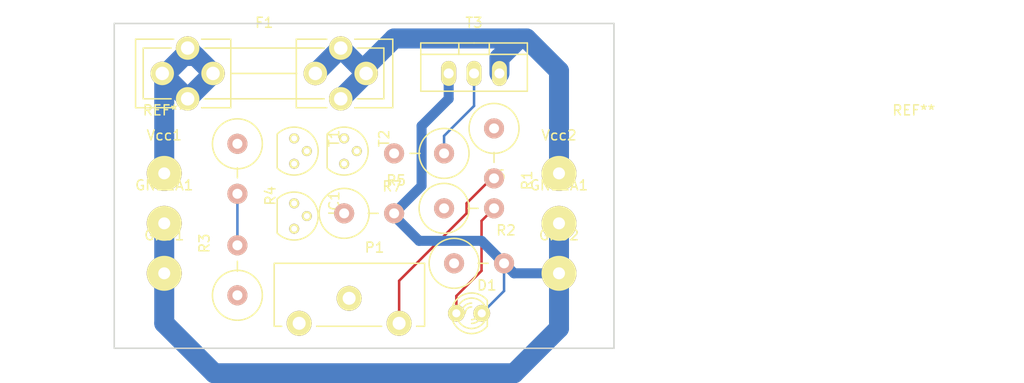
<source format=kicad_pcb>
(kicad_pcb (version 4) (host pcbnew "(2015-04-16 BZR 5604)-product")

  (general
    (links 34)
    (no_connects 16)
    (area 123.415475 112.375 226.179525 149.82564)
    (thickness 1.6)
    (drawings 4)
    (tracks 50)
    (zones 0)
    (modules 22)
    (nets 12)
  )

  (page A4)
  (layers
    (0 F.Cu signal)
    (31 B.Cu signal)
    (32 B.Adhes user)
    (33 F.Adhes user)
    (34 B.Paste user)
    (35 F.Paste user)
    (36 B.SilkS user)
    (37 F.SilkS user)
    (38 B.Mask user)
    (39 F.Mask user)
    (40 Dwgs.User user)
    (41 Cmts.User user)
    (42 Eco1.User user)
    (43 Eco2.User user)
    (44 Edge.Cuts user)
    (45 Margin user)
    (46 B.CrtYd user)
    (47 F.CrtYd user)
    (48 B.Fab user)
    (49 F.Fab user)
  )

  (setup
    (last_trace_width 0.25)
    (user_trace_width 1)
    (user_trace_width 2)
    (trace_clearance 0.2)
    (zone_clearance 0.508)
    (zone_45_only no)
    (trace_min 0.2)
    (segment_width 0.2)
    (edge_width 0.15)
    (via_size 0.6)
    (via_drill 0.4)
    (via_min_size 0.4)
    (via_min_drill 0.3)
    (uvia_size 0.3)
    (uvia_drill 0.1)
    (uvias_allowed no)
    (uvia_min_size 0.2)
    (uvia_min_drill 0.1)
    (pcb_text_width 0.3)
    (pcb_text_size 1.5 1.5)
    (mod_edge_width 0.15)
    (mod_text_size 0.000001 0.000001)
    (mod_text_width 0.15)
    (pad_size 1.4 1.4)
    (pad_drill 0.6)
    (pad_to_mask_clearance 0.2)
    (aux_axis_origin 0 0)
    (visible_elements FFFFFF7F)
    (pcbplotparams
      (layerselection 0x00030_80000001)
      (usegerberextensions false)
      (excludeedgelayer true)
      (linewidth 0.100000)
      (plotframeref false)
      (viasonmask false)
      (mode 1)
      (useauxorigin false)
      (hpglpennumber 1)
      (hpglpenspeed 20)
      (hpglpendiameter 15)
      (hpglpenoverlay 2)
      (psnegative false)
      (psa4output false)
      (plotreference true)
      (plotvalue true)
      (plotinvisibletext false)
      (padsonsilk false)
      (subtractmaskfromsilk false)
      (outputformat 1)
      (mirror false)
      (drillshape 1)
      (scaleselection 1)
      (outputdirectory ""))
  )

  (net 0 "")
  (net 1 "Net-(D1-Pad1)")
  (net 2 "Net-(D1-Pad2)")
  (net 3 "Net-(F1-Pad2)")
  (net 4 "Net-(F1-Pad1)")
  (net 5 "Net-(IC1-Pad2)")
  (net 6 "Net-(IC1-Pad1)")
  (net 7 "Net-(P1-Pad3)")
  (net 8 "Net-(R4-Pad1)")
  (net 9 "Net-(R5-Pad1)")
  (net 10 "Net-(R7-Pad1)")
  (net 11 "Net-(T1-Pad1)")

  (net_class Default "This is the default net class."
    (clearance 0.2)
    (trace_width 0.25)
    (via_dia 0.6)
    (via_drill 0.4)
    (uvia_dia 0.3)
    (uvia_drill 0.1)
    (add_net "Net-(D1-Pad1)")
    (add_net "Net-(D1-Pad2)")
    (add_net "Net-(F1-Pad1)")
    (add_net "Net-(F1-Pad2)")
    (add_net "Net-(IC1-Pad1)")
    (add_net "Net-(IC1-Pad2)")
    (add_net "Net-(P1-Pad3)")
    (add_net "Net-(R4-Pad1)")
    (add_net "Net-(R5-Pad1)")
    (add_net "Net-(R7-Pad1)")
    (add_net "Net-(T1-Pad1)")
  )

  (net_class Power ""
    (clearance 0.5)
    (trace_width 2)
    (via_dia 0.8)
    (via_drill 0.6)
    (uvia_dia 0.3)
    (uvia_drill 0.1)
  )

  (module LEDs:LED-3MM (layer F.Cu) (tedit 0) (tstamp 55339A3F)
    (at 170.5 144)
    (descr "LED 3mm - Lead pitch 100mil (2,54mm)")
    (tags "LED led 3mm 3MM 100mil 2,54mm")
    (path /5533973C)
    (fp_text reference D1 (at 1.778 -2.794) (layer F.SilkS)
      (effects (font (size 1 1) (thickness 0.15)))
    )
    (fp_text value LED (at 0 2.54) (layer F.Fab)
      (effects (font (size 1 1) (thickness 0.15)))
    )
    (fp_line (start 1.8288 1.27) (end 1.8288 -1.27) (layer F.SilkS) (width 0.15))
    (fp_arc (start 0.254 0) (end -1.27 0) (angle 39.8) (layer F.SilkS) (width 0.15))
    (fp_arc (start 0.254 0) (end -0.88392 1.01092) (angle 41.6) (layer F.SilkS) (width 0.15))
    (fp_arc (start 0.254 0) (end 1.4097 -0.9906) (angle 40.6) (layer F.SilkS) (width 0.15))
    (fp_arc (start 0.254 0) (end 1.778 0) (angle 39.8) (layer F.SilkS) (width 0.15))
    (fp_arc (start 0.254 0) (end 0.254 -1.524) (angle 54.4) (layer F.SilkS) (width 0.15))
    (fp_arc (start 0.254 0) (end -0.9652 -0.9144) (angle 53.1) (layer F.SilkS) (width 0.15))
    (fp_arc (start 0.254 0) (end 1.45542 0.93472) (angle 52.1) (layer F.SilkS) (width 0.15))
    (fp_arc (start 0.254 0) (end 0.254 1.524) (angle 52.1) (layer F.SilkS) (width 0.15))
    (fp_arc (start 0.254 0) (end -0.381 0) (angle 90) (layer F.SilkS) (width 0.15))
    (fp_arc (start 0.254 0) (end -0.762 0) (angle 90) (layer F.SilkS) (width 0.15))
    (fp_arc (start 0.254 0) (end 0.889 0) (angle 90) (layer F.SilkS) (width 0.15))
    (fp_arc (start 0.254 0) (end 1.27 0) (angle 90) (layer F.SilkS) (width 0.15))
    (fp_arc (start 0.254 0) (end 0.254 -2.032) (angle 50.1) (layer F.SilkS) (width 0.15))
    (fp_arc (start 0.254 0) (end -1.5367 -0.95504) (angle 61.9) (layer F.SilkS) (width 0.15))
    (fp_arc (start 0.254 0) (end 1.8034 1.31064) (angle 49.7) (layer F.SilkS) (width 0.15))
    (fp_arc (start 0.254 0) (end 0.254 2.032) (angle 60.2) (layer F.SilkS) (width 0.15))
    (fp_arc (start 0.254 0) (end -1.778 0) (angle 28.3) (layer F.SilkS) (width 0.15))
    (fp_arc (start 0.254 0) (end -1.47574 1.06426) (angle 31.6) (layer F.SilkS) (width 0.15))
    (pad 1 thru_hole circle (at -1.27 0) (size 1.6764 1.6764) (drill 0.8128) (layers *.Cu *.Mask F.SilkS)
      (net 1 "Net-(D1-Pad1)"))
    (pad 2 thru_hole circle (at 1.27 0) (size 1.6764 1.6764) (drill 0.8128) (layers *.Cu *.Mask F.SilkS)
      (net 2 "Net-(D1-Pad2)"))
    (model LEDs.3dshapes/LED-3MM.wrl
      (at (xyz 0 0 0))
      (scale (xyz 1 1 1))
      (rotate (xyz 0 0 0))
    )
  )

  (module Fuse_Holders_and_Fuses:Fuseholder5x20_horiz_open_universal_Type-III (layer F.Cu) (tedit 0) (tstamp 55339A4B)
    (at 150 120)
    (descr "Fuseholder, 5x20, open, horizontal, Type-III, universal, inline, lateral,")
    (tags "Fuseholder, 5x20, open, horizontal, Type-III, universal, inline, lateral, Sicherungshalter, offen,")
    (path /552FFE46)
    (fp_text reference F1 (at 0 -5.08) (layer F.SilkS)
      (effects (font (size 1 1) (thickness 0.15)))
    )
    (fp_text value FUSE (at 2.54 6.35) (layer F.Fab)
      (effects (font (size 1 1) (thickness 0.15)))
    )
    (fp_line (start -3.2512 0) (end 3.2512 0) (layer F.SilkS) (width 0.15))
    (fp_line (start -3.3401 3.429) (end -6.2611 3.429) (layer F.SilkS) (width 0.15))
    (fp_line (start -12.8651 3.429) (end -9.0551 3.429) (layer F.SilkS) (width 0.15))
    (fp_line (start -12.1031 2.54) (end -9.3091 2.54) (layer F.SilkS) (width 0.15))
    (fp_line (start -3.3401 2.54) (end -6.0071 2.54) (layer F.SilkS) (width 0.15))
    (fp_line (start -12.8651 -3.429) (end -9.0551 -3.429) (layer F.SilkS) (width 0.15))
    (fp_line (start -12.1031 -2.54) (end -9.3091 -2.54) (layer F.SilkS) (width 0.15))
    (fp_line (start -3.3401 -3.429) (end -6.2611 -3.429) (layer F.SilkS) (width 0.15))
    (fp_line (start -3.3401 -2.54) (end -6.0071 -2.54) (layer F.SilkS) (width 0.15))
    (fp_line (start 3.21564 -3.429) (end 6.26364 -3.429) (layer F.SilkS) (width 0.15))
    (fp_line (start 3.21564 -2.54) (end 6.00964 -2.54) (layer F.SilkS) (width 0.15))
    (fp_line (start 3.21564 2.54) (end 6.00964 2.54) (layer F.SilkS) (width 0.15))
    (fp_line (start 3.21564 3.429) (end 6.26364 3.429) (layer F.SilkS) (width 0.15))
    (fp_line (start 12.86764 3.429) (end 9.05764 3.429) (layer F.SilkS) (width 0.15))
    (fp_line (start 11.97864 2.54) (end 9.31164 2.54) (layer F.SilkS) (width 0.15))
    (fp_line (start 12.86764 -3.429) (end 9.05764 -3.429) (layer F.SilkS) (width 0.15))
    (fp_line (start 11.97864 -2.54) (end 9.31164 -2.54) (layer F.SilkS) (width 0.15))
    (fp_line (start 12.86764 -3.429) (end 12.86764 3.429) (layer F.SilkS) (width 0.15))
    (fp_line (start 3.21564 3.429) (end 3.21564 2.54) (layer F.SilkS) (width 0.15))
    (fp_line (start 3.21564 -3.429) (end 3.21564 -2.54) (layer F.SilkS) (width 0.15))
    (fp_line (start -12.86764 -3.429) (end -12.86764 3.429) (layer F.SilkS) (width 0.15))
    (fp_line (start -3.34264 3.429) (end -3.34264 2.54) (layer F.SilkS) (width 0.15))
    (fp_line (start -3.34264 -3.429) (end -3.34264 -2.413) (layer F.SilkS) (width 0.15))
    (fp_line (start 5.715 2.54) (end -5.969 2.54) (layer F.SilkS) (width 0.15))
    (fp_line (start -5.842 -2.54) (end 5.715 -2.54) (layer F.SilkS) (width 0.15))
    (fp_line (start -3.34264 0) (end -3.34264 -2.54) (layer F.SilkS) (width 0.15))
    (fp_line (start -12.10564 -2.54) (end -12.10564 2.54) (layer F.SilkS) (width 0.15))
    (fp_line (start -3.34264 2.54) (end -3.34264 0) (layer F.SilkS) (width 0.15))
    (fp_line (start 3.21564 0) (end 3.21564 -2.54) (layer F.SilkS) (width 0.15))
    (fp_line (start 11.9761 -2.54) (end 11.9761 2.54) (layer F.SilkS) (width 0.15))
    (fp_line (start 3.21564 2.54) (end 3.21564 0) (layer F.SilkS) (width 0.15))
    (pad 2 thru_hole circle (at 5.12064 0) (size 2.3495 2.3495) (drill 1.34874) (layers *.Cu *.Mask F.SilkS)
      (net 3 "Net-(F1-Pad2)"))
    (pad 2 thru_hole circle (at 10.20064 0) (size 2.3495 2.3495) (drill 1.34874) (layers *.Cu *.Mask F.SilkS)
      (net 3 "Net-(F1-Pad2)"))
    (pad 1 thru_hole circle (at -5.1181 0) (size 2.3495 2.3495) (drill 1.34874) (layers *.Cu *.Mask F.SilkS)
      (net 4 "Net-(F1-Pad1)"))
    (pad 1 thru_hole circle (at -10.1981 0) (size 2.3495 2.3495) (drill 1.34874) (layers *.Cu *.Mask F.SilkS)
      (net 4 "Net-(F1-Pad1)"))
    (pad 2 thru_hole circle (at 7.66064 -2.54) (size 2.3495 2.3495) (drill 1.34874) (layers *.Cu *.Mask F.SilkS)
      (net 3 "Net-(F1-Pad2)"))
    (pad 2 thru_hole circle (at 7.66064 2.54) (size 2.3495 2.3495) (drill 1.34874) (layers *.Cu *.Mask F.SilkS)
      (net 3 "Net-(F1-Pad2)"))
    (pad 1 thru_hole circle (at -7.6581 -2.54) (size 2.3495 2.3495) (drill 1.34874) (layers *.Cu *.Mask F.SilkS)
      (net 4 "Net-(F1-Pad1)"))
    (pad 1 thru_hole circle (at -7.6581 2.54) (size 2.3495 2.3495) (drill 1.34874) (layers *.Cu *.Mask F.SilkS)
      (net 4 "Net-(F1-Pad1)"))
  )

  (module Wire_Pads:SolderWirePad_single_1-2mmDrill (layer F.Cu) (tedit 0) (tstamp 55339A50)
    (at 140 140)
    (path /55318F84)
    (fp_text reference GND1 (at 0 -3.81) (layer F.SilkS)
      (effects (font (size 1 1) (thickness 0.15)))
    )
    (fp_text value CONN_1 (at -1.905 3.175) (layer F.Fab)
      (effects (font (size 1 1) (thickness 0.15)))
    )
    (pad 1 thru_hole circle (at 0 0) (size 3.50012 3.50012) (drill 1.19888) (layers *.Cu *.Mask F.SilkS)
      (net 2 "Net-(D1-Pad2)"))
  )

  (module Wire_Pads:SolderWirePad_single_1-2mmDrill (layer F.Cu) (tedit 0) (tstamp 55339A55)
    (at 179.5 140)
    (path /553190F4)
    (fp_text reference GND2 (at 0 -3.81) (layer F.SilkS)
      (effects (font (size 1 1) (thickness 0.15)))
    )
    (fp_text value CONN_1 (at -1.905 3.175) (layer F.Fab)
      (effects (font (size 1 1) (thickness 0.15)))
    )
    (pad 1 thru_hole circle (at 0 0) (size 3.50012 3.50012) (drill 1.19888) (layers *.Cu *.Mask F.SilkS)
      (net 2 "Net-(D1-Pad2)"))
  )

  (module Resistors_ThroughHole:Resistor_Vertical_RM5mm (layer F.Cu) (tedit 0) (tstamp 55339A69)
    (at 173 128 270)
    (descr "Resistor, Vertical, RM 5mm, 1/3W,")
    (tags "Resistor, Vertical, RM 5mm, 1/3W,")
    (path /552FFEBA)
    (fp_text reference R1 (at 2.70002 -3.29946 270) (layer F.SilkS)
      (effects (font (size 1 1) (thickness 0.15)))
    )
    (fp_text value 8K2 (at 0 4.50088 270) (layer F.Fab)
      (effects (font (size 1 1) (thickness 0.15)))
    )
    (fp_line (start -0.09906 0) (end 0.9017 0) (layer F.SilkS) (width 0.15))
    (fp_circle (center -2.49936 0) (end 0 0) (layer F.SilkS) (width 0.15))
    (pad 1 thru_hole circle (at -2.49936 0 270) (size 1.99898 1.99898) (drill 1.00076) (layers *.Cu *.SilkS *.Mask)
      (net 5 "Net-(IC1-Pad2)"))
    (pad 2 thru_hole circle (at 2.5019 0 270) (size 1.99898 1.99898) (drill 1.00076) (layers *.Cu *.SilkS *.Mask)
      (net 7 "Net-(P1-Pad3)"))
  )

  (module Resistors_ThroughHole:Resistor_Vertical_RM5mm (layer F.Cu) (tedit 0) (tstamp 55339A6F)
    (at 171.5 139)
    (descr "Resistor, Vertical, RM 5mm, 1/3W,")
    (tags "Resistor, Vertical, RM 5mm, 1/3W,")
    (path /552FFECE)
    (fp_text reference R2 (at 2.70002 -3.29946) (layer F.SilkS)
      (effects (font (size 1 1) (thickness 0.15)))
    )
    (fp_text value 8K2 (at 0 4.50088) (layer F.Fab)
      (effects (font (size 1 1) (thickness 0.15)))
    )
    (fp_line (start -0.09906 0) (end 0.9017 0) (layer F.SilkS) (width 0.15))
    (fp_circle (center -2.49936 0) (end 0 0) (layer F.SilkS) (width 0.15))
    (pad 1 thru_hole circle (at -2.49936 0) (size 1.99898 1.99898) (drill 1.00076) (layers *.Cu *.SilkS *.Mask)
      (net 5 "Net-(IC1-Pad2)"))
    (pad 2 thru_hole circle (at 2.5019 0) (size 1.99898 1.99898) (drill 1.00076) (layers *.Cu *.SilkS *.Mask)
      (net 2 "Net-(D1-Pad2)"))
  )

  (module Resistors_ThroughHole:Resistor_Vertical_RM5mm (layer F.Cu) (tedit 0) (tstamp 55339A75)
    (at 147.32 139.7 90)
    (descr "Resistor, Vertical, RM 5mm, 1/3W,")
    (tags "Resistor, Vertical, RM 5mm, 1/3W,")
    (path /552FFEE2)
    (fp_text reference R3 (at 2.70002 -3.29946 90) (layer F.SilkS)
      (effects (font (size 1 1) (thickness 0.15)))
    )
    (fp_text value 2K2 (at 0 4.50088 90) (layer F.Fab)
      (effects (font (size 1 1) (thickness 0.15)))
    )
    (fp_line (start -0.09906 0) (end 0.9017 0) (layer F.SilkS) (width 0.15))
    (fp_circle (center -2.49936 0) (end 0 0) (layer F.SilkS) (width 0.15))
    (pad 1 thru_hole circle (at -2.49936 0 90) (size 1.99898 1.99898) (drill 1.00076) (layers *.Cu *.SilkS *.Mask)
      (net 3 "Net-(F1-Pad2)"))
    (pad 2 thru_hole circle (at 2.5019 0 90) (size 1.99898 1.99898) (drill 1.00076) (layers *.Cu *.SilkS *.Mask)
      (net 6 "Net-(IC1-Pad1)"))
  )

  (module Resistors_ThroughHole:Resistor_Vertical_RM5mm (layer F.Cu) (tedit 0) (tstamp 55339A7B)
    (at 147.32 129.54 270)
    (descr "Resistor, Vertical, RM 5mm, 1/3W,")
    (tags "Resistor, Vertical, RM 5mm, 1/3W,")
    (path /552FFEF6)
    (fp_text reference R4 (at 2.70002 -3.29946 270) (layer F.SilkS)
      (effects (font (size 1 1) (thickness 0.15)))
    )
    (fp_text value 1K (at 0 4.50088 270) (layer F.Fab)
      (effects (font (size 1 1) (thickness 0.15)))
    )
    (fp_line (start -0.09906 0) (end 0.9017 0) (layer F.SilkS) (width 0.15))
    (fp_circle (center -2.49936 0) (end 0 0) (layer F.SilkS) (width 0.15))
    (pad 1 thru_hole circle (at -2.49936 0 270) (size 1.99898 1.99898) (drill 1.00076) (layers *.Cu *.SilkS *.Mask)
      (net 8 "Net-(R4-Pad1)"))
    (pad 2 thru_hole circle (at 2.5019 0 270) (size 1.99898 1.99898) (drill 1.00076) (layers *.Cu *.SilkS *.Mask)
      (net 6 "Net-(IC1-Pad1)"))
  )

  (module Resistors_ThroughHole:Resistor_Vertical_RM5mm (layer F.Cu) (tedit 0) (tstamp 55339A81)
    (at 160.5 134)
    (descr "Resistor, Vertical, RM 5mm, 1/3W,")
    (tags "Resistor, Vertical, RM 5mm, 1/3W,")
    (path /552FFF0A)
    (fp_text reference R5 (at 2.70002 -3.29946) (layer F.SilkS)
      (effects (font (size 1 1) (thickness 0.15)))
    )
    (fp_text value 1K (at 0 4.50088) (layer F.Fab)
      (effects (font (size 1 1) (thickness 0.15)))
    )
    (fp_line (start -0.09906 0) (end 0.9017 0) (layer F.SilkS) (width 0.15))
    (fp_circle (center -2.49936 0) (end 0 0) (layer F.SilkS) (width 0.15))
    (pad 1 thru_hole circle (at -2.49936 0) (size 1.99898 1.99898) (drill 1.00076) (layers *.Cu *.SilkS *.Mask)
      (net 9 "Net-(R5-Pad1)"))
    (pad 2 thru_hole circle (at 2.5019 0) (size 1.99898 1.99898) (drill 1.00076) (layers *.Cu *.SilkS *.Mask)
      (net 2 "Net-(D1-Pad2)"))
  )

  (module Resistors_ThroughHole:Resistor_Vertical_RM5mm (layer F.Cu) (tedit 0) (tstamp 55339A87)
    (at 170.5 133.5)
    (descr "Resistor, Vertical, RM 5mm, 1/3W,")
    (tags "Resistor, Vertical, RM 5mm, 1/3W,")
    (path /55339B52)
    (fp_text reference R6 (at 2.70002 -3.29946) (layer F.SilkS)
      (effects (font (size 1 1) (thickness 0.15)))
    )
    (fp_text value 470 (at 0 4.50088) (layer F.Fab)
      (effects (font (size 1 1) (thickness 0.15)))
    )
    (fp_line (start -0.09906 0) (end 0.9017 0) (layer F.SilkS) (width 0.15))
    (fp_circle (center -2.49936 0) (end 0 0) (layer F.SilkS) (width 0.15))
    (pad 1 thru_hole circle (at -2.49936 0) (size 1.99898 1.99898) (drill 1.00076) (layers *.Cu *.SilkS *.Mask)
      (net 9 "Net-(R5-Pad1)"))
    (pad 2 thru_hole circle (at 2.5019 0) (size 1.99898 1.99898) (drill 1.00076) (layers *.Cu *.SilkS *.Mask)
      (net 1 "Net-(D1-Pad1)"))
  )

  (module Resistors_ThroughHole:Resistor_Vertical_RM5mm (layer F.Cu) (tedit 0) (tstamp 55339A8D)
    (at 165.5 128 180)
    (descr "Resistor, Vertical, RM 5mm, 1/3W,")
    (tags "Resistor, Vertical, RM 5mm, 1/3W,")
    (path /5533A0C1)
    (fp_text reference R7 (at 2.70002 -3.29946 180) (layer F.SilkS)
      (effects (font (size 1 1) (thickness 0.15)))
    )
    (fp_text value 1K (at 0 4.50088 180) (layer F.Fab)
      (effects (font (size 1 1) (thickness 0.15)))
    )
    (fp_line (start -0.09906 0) (end 0.9017 0) (layer F.SilkS) (width 0.15))
    (fp_circle (center -2.49936 0) (end 0 0) (layer F.SilkS) (width 0.15))
    (pad 1 thru_hole circle (at -2.49936 0 180) (size 1.99898 1.99898) (drill 1.00076) (layers *.Cu *.SilkS *.Mask)
      (net 10 "Net-(R7-Pad1)"))
    (pad 2 thru_hole circle (at 2.5019 0 180) (size 1.99898 1.99898) (drill 1.00076) (layers *.Cu *.SilkS *.Mask)
      (net 9 "Net-(R5-Pad1)"))
  )

  (module Transistors_TO-220:TO-220_Neutral123_Vertical (layer F.Cu) (tedit 0) (tstamp 55339AA2)
    (at 171 120)
    (descr "TO-220, Neutral, Vertical,")
    (tags "TO-220, Neutral, Vertical,")
    (path /552FFF46)
    (fp_text reference T3 (at 0 -5.08) (layer F.SilkS)
      (effects (font (size 1 1) (thickness 0.15)))
    )
    (fp_text value TYN1225 (at 0 3.81) (layer F.Fab)
      (effects (font (size 1 1) (thickness 0.15)))
    )
    (fp_line (start -1.524 -3.048) (end -1.524 -1.905) (layer F.SilkS) (width 0.15))
    (fp_line (start 1.524 -3.048) (end 1.524 -1.905) (layer F.SilkS) (width 0.15))
    (fp_line (start 5.334 -1.905) (end 5.334 1.778) (layer F.SilkS) (width 0.15))
    (fp_line (start 5.334 1.778) (end -5.334 1.778) (layer F.SilkS) (width 0.15))
    (fp_line (start -5.334 1.778) (end -5.334 -1.905) (layer F.SilkS) (width 0.15))
    (fp_line (start 5.334 -3.048) (end 5.334 -1.905) (layer F.SilkS) (width 0.15))
    (fp_line (start 5.334 -1.905) (end -5.334 -1.905) (layer F.SilkS) (width 0.15))
    (fp_line (start -5.334 -1.905) (end -5.334 -3.048) (layer F.SilkS) (width 0.15))
    (fp_line (start 0 -3.048) (end -5.334 -3.048) (layer F.SilkS) (width 0.15))
    (fp_line (start 0 -3.048) (end 5.334 -3.048) (layer F.SilkS) (width 0.15))
    (pad 2 thru_hole oval (at 0 0 90) (size 2.49936 1.50114) (drill 1.00076) (layers *.Cu *.Mask F.SilkS)
      (net 10 "Net-(R7-Pad1)"))
    (pad 1 thru_hole oval (at -2.54 0 90) (size 2.49936 1.50114) (drill 1.00076) (layers *.Cu *.Mask F.SilkS)
      (net 2 "Net-(D1-Pad2)"))
    (pad 3 thru_hole oval (at 2.54 0 90) (size 2.49936 1.50114) (drill 1.00076) (layers *.Cu *.Mask F.SilkS)
      (net 3 "Net-(F1-Pad2)"))
    (model Transistors_TO-220.3dshapes/TO-220_Neutral123_Vertical.wrl
      (at (xyz 0 0 0))
      (scale (xyz 0.3937 0.3937 0.3937))
      (rotate (xyz 0 0 0))
    )
  )

  (module Wire_Pads:SolderWirePad_single_1-2mmDrill (layer F.Cu) (tedit 5533A508) (tstamp 55339AA7)
    (at 140 130)
    (path /55318F55)
    (fp_text reference Vcc1 (at 0 -3.81) (layer F.SilkS)
      (effects (font (size 1 1) (thickness 0.15)))
    )
    (fp_text value CONN_1 (at -1.905 3.175) (layer F.Fab) hide
      (effects (font (size 1 1) (thickness 0.15)))
    )
    (pad 1 thru_hole circle (at 0 0) (size 3.50012 3.50012) (drill 1.19888) (layers *.Cu *.Mask F.SilkS)
      (net 4 "Net-(F1-Pad1)"))
  )

  (module Wire_Pads:SolderWirePad_single_1-2mmDrill (layer F.Cu) (tedit 0) (tstamp 55339AAC)
    (at 179.5 130)
    (path /553190C9)
    (fp_text reference Vcc2 (at 0 -3.81) (layer F.SilkS)
      (effects (font (size 1 1) (thickness 0.15)))
    )
    (fp_text value CONN_1 (at -1.905 3.175) (layer F.Fab)
      (effects (font (size 1 1) (thickness 0.15)))
    )
    (pad 1 thru_hole circle (at 0 0) (size 3.50012 3.50012) (drill 1.19888) (layers *.Cu *.Mask F.SilkS)
      (net 3 "Net-(F1-Pad2)"))
  )

  (module Housings_TO-92:TO-92_Molded_Narrow (layer F.Cu) (tedit 54F242E1) (tstamp 55339C30)
    (at 153 133 270)
    (descr "TO-92 leads molded, narrow, drill 0.6mm (see NXP sot054_po.pdf)")
    (tags "to-92 sc-43 sc-43a sot54 PA33 transistor")
    (path /552FFF5A)
    (fp_text reference IC1 (at 0 -4 270) (layer F.SilkS)
      (effects (font (size 1 1) (thickness 0.15)))
    )
    (fp_text value TL431LP (at 0 3 270) (layer F.Fab)
      (effects (font (size 1 1) (thickness 0.15)))
    )
    (fp_line (start -1.4 1.95) (end -1.4 -2.65) (layer F.CrtYd) (width 0.05))
    (fp_line (start -1.4 1.95) (end 3.9 1.95) (layer F.CrtYd) (width 0.05))
    (fp_line (start -0.43 1.7) (end 2.97 1.7) (layer F.SilkS) (width 0.15))
    (fp_arc (start 1.27 0) (end 1.27 -2.4) (angle -135) (layer F.SilkS) (width 0.15))
    (fp_arc (start 1.27 0) (end 1.27 -2.4) (angle 135) (layer F.SilkS) (width 0.15))
    (fp_line (start -1.4 -2.65) (end 3.9 -2.65) (layer F.CrtYd) (width 0.05))
    (fp_line (start 3.9 1.95) (end 3.9 -2.65) (layer F.CrtYd) (width 0.05))
    (pad 2 thru_hole circle (at 1.27 -1.27) (size 1.00076 1.00076) (drill 0.6) (layers *.Cu *.Mask F.SilkS)
      (net 5 "Net-(IC1-Pad2)"))
    (pad 3 thru_hole circle (at 2.54 0) (size 1.00076 1.00076) (drill 0.6) (layers *.Cu *.Mask F.SilkS)
      (net 2 "Net-(D1-Pad2)"))
    (pad 1 thru_hole circle (at 0 0) (size 1.00076 1.00076) (drill 0.6) (layers *.Cu *.Mask F.SilkS)
      (net 6 "Net-(IC1-Pad1)"))
    (model Housings_TO-92.3dshapes/TO-92_Molded_Narrow.wrl
      (at (xyz 0.05 0 0))
      (scale (xyz 1 1 1))
      (rotate (xyz 0 0 -90))
    )
  )

  (module Potentiometers:Potentiometer_Trimmer-Piher-PT15-h2-5_vertical (layer F.Cu) (tedit 5446FD75) (tstamp 55339C36)
    (at 153.5 145)
    (descr "Potentiometer, Trimmer, Piher, PT15, Type h 2.5, vertical, Rev A, 02 Aug 2010,")
    (tags "Potentiometer, Trimmer, Piher, PT15, Type h 2.5, vertical, Rev A, 02 Aug 2010,")
    (path /5530014F)
    (fp_text reference P1 (at 7.54126 -7.57936) (layer F.SilkS)
      (effects (font (size 1 1) (thickness 0.15)))
    )
    (fp_text value POT (at 5.00126 3.85064) (layer F.Fab)
      (effects (font (size 1 1) (thickness 0.15)))
    )
    (fp_line (start 1.75006 0.29972) (end 8.25246 0.29972) (layer F.SilkS) (width 0.15))
    (fp_line (start 11.75004 0.29972) (end 12.50188 0.29972) (layer F.SilkS) (width 0.15))
    (fp_line (start -2.49936 0.29972) (end -1.74752 0.29972) (layer F.SilkS) (width 0.15))
    (fp_line (start 12.55268 0.29972) (end 12.55268 -5.99948) (layer F.SilkS) (width 0.15))
    (fp_line (start 12.55014 -5.99948) (end -2.4511 -5.99948) (layer F.SilkS) (width 0.15))
    (fp_line (start -2.49936 -5.99948) (end -2.49936 0.29972) (layer F.SilkS) (width 0.15))
    (pad 2 thru_hole circle (at 5.00126 -2.49936) (size 2.49936 2.49936) (drill 1.30048) (layers *.Cu *.Mask F.SilkS)
      (net 3 "Net-(F1-Pad2)"))
    (pad 3 thru_hole circle (at 10.00252 0) (size 2.49936 2.49936) (drill 1.30048) (layers *.Cu *.Mask F.SilkS)
      (net 7 "Net-(P1-Pad3)"))
    (pad 1 thru_hole circle (at 0 0) (size 2.49936 2.49936) (drill 1.30048) (layers *.Cu *.Mask F.SilkS)
      (net 3 "Net-(F1-Pad2)"))
  )

  (module Housings_TO-92:TO-92_Molded_Narrow (layer F.Cu) (tedit 54F242E1) (tstamp 55339C42)
    (at 153 126.5 270)
    (descr "TO-92 leads molded, narrow, drill 0.6mm (see NXP sot054_po.pdf)")
    (tags "to-92 sc-43 sc-43a sot54 PA33 transistor")
    (path /552FFF1E)
    (fp_text reference T1 (at 0 -4 270) (layer F.SilkS)
      (effects (font (size 1 1) (thickness 0.15)))
    )
    (fp_text value PNP (at 0 3 270) (layer F.Fab)
      (effects (font (size 1 1) (thickness 0.15)))
    )
    (fp_line (start -1.4 1.95) (end -1.4 -2.65) (layer F.CrtYd) (width 0.05))
    (fp_line (start -1.4 1.95) (end 3.9 1.95) (layer F.CrtYd) (width 0.05))
    (fp_line (start -0.43 1.7) (end 2.97 1.7) (layer F.SilkS) (width 0.15))
    (fp_arc (start 1.27 0) (end 1.27 -2.4) (angle -135) (layer F.SilkS) (width 0.15))
    (fp_arc (start 1.27 0) (end 1.27 -2.4) (angle 135) (layer F.SilkS) (width 0.15))
    (fp_line (start -1.4 -2.65) (end 3.9 -2.65) (layer F.CrtYd) (width 0.05))
    (fp_line (start 3.9 1.95) (end 3.9 -2.65) (layer F.CrtYd) (width 0.05))
    (pad 2 thru_hole circle (at 1.27 -1.27) (size 1.00076 1.00076) (drill 0.6) (layers *.Cu *.Mask F.SilkS)
      (net 8 "Net-(R4-Pad1)"))
    (pad 3 thru_hole circle (at 2.54 0) (size 1.00076 1.00076) (drill 0.6) (layers *.Cu *.Mask F.SilkS)
      (net 2 "Net-(D1-Pad2)"))
    (pad 1 thru_hole circle (at 0 0) (size 1.00076 1.00076) (drill 0.6) (layers *.Cu *.Mask F.SilkS)
      (net 11 "Net-(T1-Pad1)"))
    (model Housings_TO-92.3dshapes/TO-92_Molded_Narrow.wrl
      (at (xyz 0.05 0 0))
      (scale (xyz 1 1 1))
      (rotate (xyz 0 0 -90))
    )
  )

  (module Housings_TO-92:TO-92_Molded_Narrow (layer F.Cu) (tedit 5533A0BE) (tstamp 55339C43)
    (at 158 126.5 270)
    (descr "TO-92 leads molded, narrow, drill 0.6mm (see NXP sot054_po.pdf)")
    (tags "to-92 sc-43 sc-43a sot54 PA33 transistor")
    (path /552FFF32)
    (fp_text reference T2 (at 0 -4 270) (layer F.SilkS)
      (effects (font (size 1 1) (thickness 0.15)))
    )
    (fp_text value PNP (at 0 3 360) (layer F.Fab)
      (effects (font (size 1 1) (thickness 0.15)))
    )
    (fp_line (start -1.4 1.95) (end -1.4 -2.65) (layer F.CrtYd) (width 0.05))
    (fp_line (start -1.4 1.95) (end 3.9 1.95) (layer F.CrtYd) (width 0.05))
    (fp_line (start -0.43 1.7) (end 2.97 1.7) (layer F.SilkS) (width 0.15))
    (fp_arc (start 1.27 0) (end 1.27 -2.4) (angle -135) (layer F.SilkS) (width 0.15))
    (fp_arc (start 1.27 0) (end 1.27 -2.4) (angle 135) (layer F.SilkS) (width 0.15))
    (fp_line (start -1.4 -2.65) (end 3.9 -2.65) (layer F.CrtYd) (width 0.05))
    (fp_line (start 3.9 1.95) (end 3.9 -2.65) (layer F.CrtYd) (width 0.05))
    (pad 2 thru_hole circle (at 1.27 -1.27) (size 1.00076 1.00076) (drill 0.6) (layers *.Cu *.Mask F.SilkS)
      (net 11 "Net-(T1-Pad1)"))
    (pad 3 thru_hole circle (at 2.54 0) (size 1.00076 1.00076) (drill 0.6) (layers *.Cu *.Mask F.SilkS)
      (net 9 "Net-(R5-Pad1)"))
    (pad 1 thru_hole circle (at 0 0) (size 1.00076 1.00076) (drill 0.6) (layers *.Cu *.Mask F.SilkS)
      (net 3 "Net-(F1-Pad2)"))
    (model Housings_TO-92.3dshapes/TO-92_Molded_Narrow.wrl
      (at (xyz 0.05 0 0))
      (scale (xyz 1 1 1))
      (rotate (xyz 0 0 -90))
    )
  )

  (module Wire_Pads:SolderWirePad_single_1-2mmDrill (layer F.Cu) (tedit 5533A1F8) (tstamp 5533A16E)
    (at 215 127.5)
    (fp_text reference REF** (at 0 -3.81) (layer F.SilkS)
      (effects (font (size 1 1) (thickness 0.15)))
    )
    (fp_text value SolderWirePad_single_1-2mmDrill (at -1.905 3.175) (layer F.Fab)
      (effects (font (size 1 1) (thickness 0.15)))
    )
  )

  (module Wire_Pads:SolderWirePad_single_1-2mmDrill (layer F.Cu) (tedit 5533A55C) (tstamp 5533A16F)
    (at 140 127.5)
    (fp_text reference REF** (at 0 -3.81) (layer F.SilkS)
      (effects (font (size 1 1) (thickness 0.15)))
    )
    (fp_text value SolderWirePad_single_1-2mmDrill (at -3.5 -14) (layer F.Fab)
      (effects (font (size 1 1) (thickness 0.15)))
    )
  )

  (module Wire_Pads:SolderWirePad_single_1-2mmDrill (layer F.Cu) (tedit 5533A537) (tstamp 5533A332)
    (at 140 135)
    (path /5533ACA0)
    (fp_text reference GND1A1 (at 0 -3.81) (layer F.SilkS)
      (effects (font (size 1 1) (thickness 0.15)))
    )
    (fp_text value CONN_1 (at -1.905 3.175) (layer F.Fab) hide
      (effects (font (size 1 1) (thickness 0.15)))
    )
    (pad 1 thru_hole circle (at 0 0) (size 3.50012 3.50012) (drill 1.19888) (layers *.Cu *.Mask F.SilkS)
      (net 2 "Net-(D1-Pad2)"))
  )

  (module Wire_Pads:SolderWirePad_single_1-2mmDrill (layer F.Cu) (tedit 0) (tstamp 5533A337)
    (at 179.5 135)
    (path /5533ACE4)
    (fp_text reference GND2A1 (at 0 -3.81) (layer F.SilkS)
      (effects (font (size 1 1) (thickness 0.15)))
    )
    (fp_text value CONN_1 (at -1.905 3.175) (layer F.Fab)
      (effects (font (size 1 1) (thickness 0.15)))
    )
    (pad 1 thru_hole circle (at 0 0) (size 3.50012 3.50012) (drill 1.19888) (layers *.Cu *.Mask F.SilkS)
      (net 2 "Net-(D1-Pad2)"))
  )

  (gr_line (start 135 147.5) (end 135 115) (angle 90) (layer Edge.Cuts) (width 0.15))
  (gr_line (start 185 147.5) (end 135 147.5) (angle 90) (layer Edge.Cuts) (width 0.15))
  (gr_line (start 185 115) (end 135 115) (angle 90) (layer Edge.Cuts) (width 0.15))
  (gr_line (start 185 147.5) (end 185 115) (angle 90) (layer Edge.Cuts) (width 0.15))

  (segment (start 169.23 144) (end 169.23 142.27) (width 0.25) (layer F.Cu) (net 1) (status 400000))
  (segment (start 171.75 134.7519) (end 173.0019 133.5) (width 0.25) (layer F.Cu) (net 1) (tstamp 5539351D) (status 800000))
  (segment (start 171.75 139.75) (end 171.75 134.7519) (width 0.25) (layer F.Cu) (net 1) (tstamp 5539351B))
  (segment (start 169.23 142.27) (end 171.75 139.75) (width 0.25) (layer F.Cu) (net 1) (tstamp 55393517))
  (segment (start 174.0019 139) (end 174.0019 141.7681) (width 0.25) (layer B.Cu) (net 2) (status 400000))
  (segment (start 174.0019 141.7681) (end 171.77 144) (width 0.25) (layer B.Cu) (net 2) (tstamp 55393510) (status 800000))
  (segment (start 163.0019 134) (end 163.0019 134.2519) (width 1) (layer B.Cu) (net 2) (status C00000))
  (segment (start 163.0019 134.2519) (end 165.5 136.75) (width 1) (layer B.Cu) (net 2) (tstamp 553934FA) (status 400000))
  (segment (start 175.0019 140) (end 179.5 140) (width 1) (layer B.Cu) (net 2) (tstamp 55393503) (status 800000))
  (segment (start 171.7519 136.75) (end 175.0019 140) (width 1) (layer B.Cu) (net 2) (tstamp 55393501))
  (segment (start 165.5 136.75) (end 171.7519 136.75) (width 1) (layer B.Cu) (net 2) (tstamp 553934FD))
  (segment (start 168.46 120) (end 168.46 122.54) (width 1) (layer B.Cu) (net 2) (status 400000))
  (segment (start 165.75 131.2519) (end 163.0019 134) (width 1) (layer B.Cu) (net 2) (tstamp 553934F2) (status 800000))
  (segment (start 165.75 125.25) (end 165.75 131.2519) (width 1) (layer B.Cu) (net 2) (tstamp 553934EF))
  (segment (start 168.46 122.54) (end 165.75 125.25) (width 1) (layer B.Cu) (net 2) (tstamp 553934EC))
  (segment (start 140 135) (end 140 140) (width 2) (layer B.Cu) (net 2) (status C00000))
  (segment (start 140 140) (end 140 145) (width 2) (layer B.Cu) (net 2) (tstamp 55393459) (status 400000))
  (segment (start 140 145) (end 145 150) (width 2) (layer B.Cu) (net 2) (tstamp 5539345B))
  (segment (start 145 150) (end 175 150) (width 2) (layer B.Cu) (net 2) (tstamp 55393471))
  (segment (start 175 150) (end 179.5 145.5) (width 2) (layer B.Cu) (net 2) (tstamp 55393479))
  (segment (start 179.5 145.5) (end 179.5 135) (width 2) (layer B.Cu) (net 2) (tstamp 5539347D) (status 800000))
  (segment (start 155.12064 120) (end 157.66064 117.46) (width 2) (layer B.Cu) (net 3) (status C00000))
  (segment (start 157.66064 117.46) (end 160.20064 120) (width 2) (layer B.Cu) (net 3) (status C00000))
  (segment (start 157.66064 122.54) (end 160.20064 120) (width 2) (layer B.Cu) (net 3) (status C00000))
  (segment (start 173.54 120) (end 173.54 118.46) (width 2) (layer B.Cu) (net 3) (status 400000))
  (segment (start 173.54 118.46) (end 175.5 116.5) (width 2) (layer B.Cu) (net 3) (tstamp 553934C1))
  (segment (start 160.20064 120) (end 160.20064 119.29936) (width 2) (layer B.Cu) (net 3) (status C00000))
  (segment (start 160.20064 119.29936) (end 163 116.5) (width 2) (layer B.Cu) (net 3) (tstamp 553934AE) (status 400000))
  (segment (start 163 116.5) (end 175.5 116.5) (width 2) (layer B.Cu) (net 3) (tstamp 553934B3))
  (segment (start 175.5 116.5) (end 176.25 116.5) (width 2) (layer B.Cu) (net 3) (tstamp 553934C9))
  (segment (start 176.25 116.5) (end 179.5 119.75) (width 2) (layer B.Cu) (net 3) (tstamp 553934B8))
  (segment (start 179.5 119.75) (end 179.5 130) (width 2) (layer B.Cu) (net 3) (tstamp 553934B9) (status 800000))
  (segment (start 142.3419 122.54) (end 144.8819 120) (width 2) (layer B.Cu) (net 4) (status C00000))
  (segment (start 142.3419 122.54) (end 139.8019 120) (width 2) (layer B.Cu) (net 4) (status C00000))
  (segment (start 140 130) (end 140 120.1981) (width 2) (layer B.Cu) (net 4) (status C00000))
  (segment (start 140 120.1981) (end 142.3419 117.8562) (width 2) (layer B.Cu) (net 4) (tstamp 55393440) (status C00000))
  (segment (start 142.3419 117.8562) (end 142.7381 117.8562) (width 2) (layer B.Cu) (net 4) (tstamp 55393446) (status C00000))
  (segment (start 142.7381 117.8562) (end 142.3419 118.2524) (width 2) (layer B.Cu) (net 4) (tstamp 55393449) (status C00000))
  (segment (start 142.3419 118.2524) (end 143.1343 118.2524) (width 2) (layer B.Cu) (net 4) (tstamp 5539344B) (status C00000))
  (segment (start 143.1343 118.2524) (end 144.8819 120) (width 2) (layer B.Cu) (net 4) (tstamp 5539344C) (status C00000))
  (segment (start 147.32 132.0419) (end 147.32 137.1981) (width 0.25) (layer B.Cu) (net 6) (status C00000))
  (segment (start 173 130.5019) (end 172.7481 130.5019) (width 0.25) (layer F.Cu) (net 7) (status C00000))
  (segment (start 172.7481 130.5019) (end 170.25 133) (width 0.25) (layer F.Cu) (net 7) (tstamp 55393525) (status 400000))
  (segment (start 170.25 133) (end 170.25 134) (width 0.25) (layer F.Cu) (net 7) (tstamp 55393527))
  (segment (start 170.25 134) (end 163.50252 140.74748) (width 0.25) (layer F.Cu) (net 7) (tstamp 55393529))
  (segment (start 163.50252 140.74748) (end 163.50252 145) (width 0.25) (layer F.Cu) (net 7) (tstamp 5539352B) (status 800000))
  (segment (start 171 120) (end 171 123.25) (width 0.25) (layer B.Cu) (net 10) (status 400000))
  (segment (start 168 126.25) (end 168 127.99936) (width 0.25) (layer B.Cu) (net 10) (tstamp 55393535) (status 800000))
  (segment (start 171 123.25) (end 168 126.25) (width 0.25) (layer B.Cu) (net 10) (tstamp 55393533))
  (segment (start 168 127.99936) (end 167.99936 128) (width 0.25) (layer B.Cu) (net 10) (tstamp 55393537) (status C00000))

)

</source>
